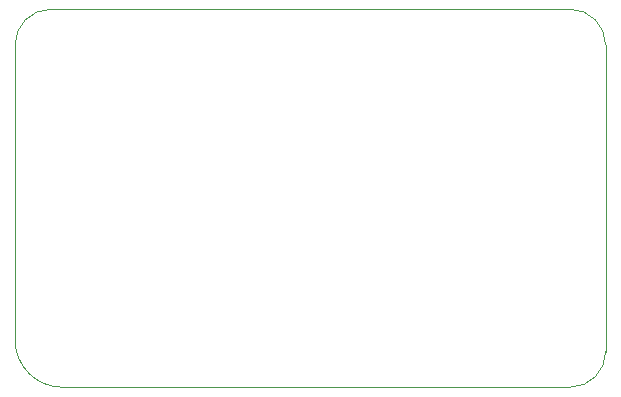
<source format=gbr>
%TF.GenerationSoftware,KiCad,Pcbnew,5.1.7-a382d34a8~88~ubuntu20.04.1*%
%TF.CreationDate,2020-12-12T08:47:46-08:00*%
%TF.ProjectId,syzygy-serdes-breakout,73797a79-6779-42d7-9365-726465732d62,rev?*%
%TF.SameCoordinates,Original*%
%TF.FileFunction,Profile,NP*%
%FSLAX46Y46*%
G04 Gerber Fmt 4.6, Leading zero omitted, Abs format (unit mm)*
G04 Created by KiCad (PCBNEW 5.1.7-a382d34a8~88~ubuntu20.04.1) date 2020-12-12 08:47:46*
%MOMM*%
%LPD*%
G01*
G04 APERTURE LIST*
%TA.AperFunction,Profile*%
%ADD10C,0.050000*%
%TD*%
G04 APERTURE END LIST*
D10*
X122000000Y-125000000D02*
X79000000Y-125000000D01*
X78000000Y-93000000D02*
X122000000Y-93000000D01*
X75000000Y-96000000D02*
X75000000Y-121000000D01*
X125000000Y-96000000D02*
X125000000Y-122000000D01*
X125000000Y-122000000D02*
G75*
G02*
X122000000Y-125000000I-3000000J0D01*
G01*
X79000000Y-125000000D02*
G75*
G02*
X75000000Y-121000000I0J4000000D01*
G01*
X122000000Y-93000000D02*
G75*
G02*
X125000000Y-96000000I0J-3000000D01*
G01*
X75000000Y-96000000D02*
G75*
G02*
X78000000Y-93000000I3000000J0D01*
G01*
M02*

</source>
